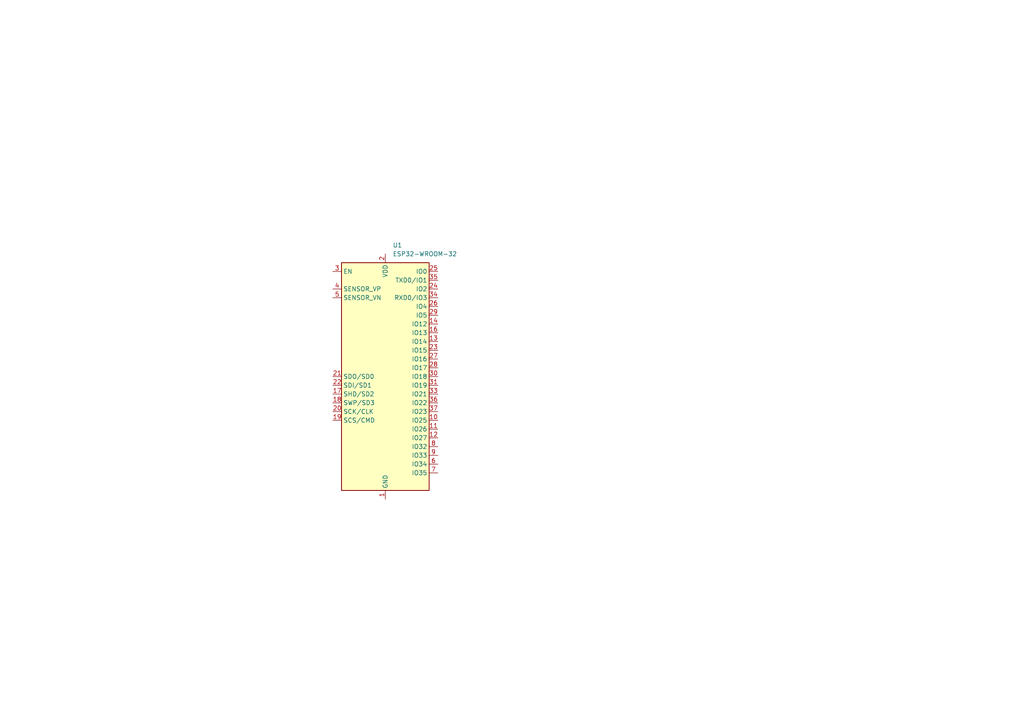
<source format=kicad_sch>
(kicad_sch (version 20250114) (generator "eeschema") (generator_version "9.0")
  (paper "A4")
  (lib_symbols
    (symbol "RF_Module:ESP32-WROOM-32"
      (property "Reference" "U" (at -12.7 34.29 0))
      (property "Value" "ESP32-WROOM-32" (at 1.27 34.29 0))
      (symbol "ESP32-WROOM-32_0_1"
        (rectangle (start -12.7 33.02) (end 12.7 -33.02) (stroke (width 0.254)) (fill (type background)))
      )
      (symbol "ESP32-WROOM-32_1_1"
        (pin input line (at -15.24 30.48 0) (length 2.54) (name "EN") (number "3"))
        (pin input line (at -15.24 25.4 0) (length 2.54) (name "SENSOR_VP") (number "4"))
        (pin input line (at -15.24 22.86 0) (length 2.54) (name "SENSOR_VN") (number "5"))
        (pin bidirectional line (at -15.24 0 0) (length 2.54) (name "SDO/SD0") (number "21"))
        (pin bidirectional line (at -15.24 -2.54 0) (length 2.54) (name "SDI/SD1") (number "22"))
        (pin bidirectional line (at -15.24 -5.08 0) (length 2.54) (name "SHD/SD2") (number "17"))
        (pin bidirectional line (at -15.24 -7.62 0) (length 2.54) (name "SWP/SD3") (number "18"))
        (pin bidirectional line (at -15.24 -10.16 0) (length 2.54) (name "SCK/CLK") (number "20"))
        (pin bidirectional line (at -15.24 -12.7 0) (length 2.54) (name "SCS/CMD") (number "19"))
        (pin no_connect line (at -12.7 -27.94 0) (length 2.54) (hide yes) (name "NC") (number "32"))
        (pin power_in line (at 0 35.56 270) (length 2.54) (name "VDD") (number "2"))
        (pin power_in line (at 0 -35.56 90) (length 2.54) (name "GND") (number "1"))
        (pin passive line (at 0 -35.56 90) (length 2.54) (hide yes) (name "GND") (number "15"))
        (pin passive line (at 0 -35.56 90) (length 2.54) (hide yes) (name "GND") (number "38"))
        (pin passive line (at 0 -35.56 90) (length 2.54) (hide yes) (name "GND") (number "39"))
        (pin bidirectional line (at 15.24 30.48 180) (length 2.54) (name "IO0") (number "25"))
        (pin bidirectional line (at 15.24 27.94 180) (length 2.54) (name "TXD0/IO1") (number "35"))
        (pin bidirectional line (at 15.24 25.4 180) (length 2.54) (name "IO2") (number "24"))
        (pin bidirectional line (at 15.24 22.86 180) (length 2.54) (name "RXD0/IO3") (number "34"))
        (pin bidirectional line (at 15.24 20.32 180) (length 2.54) (name "IO4") (number "26"))
        (pin bidirectional line (at 15.24 17.78 180) (length 2.54) (name "IO5") (number "29"))
        (pin bidirectional line (at 15.24 15.24 180) (length 2.54) (name "IO12") (number "14"))
        (pin bidirectional line (at 15.24 12.7 180) (length 2.54) (name "IO13") (number "16"))
        (pin bidirectional line (at 15.24 10.16 180) (length 2.54) (name "IO14") (number "13"))
        (pin bidirectional line (at 15.24 7.62 180) (length 2.54) (name "IO15") (number "23"))
        (pin bidirectional line (at 15.24 5.08 180) (length 2.54) (name "IO16") (number "27"))
        (pin bidirectional line (at 15.24 2.54 180) (length 2.54) (name "IO17") (number "28"))
        (pin bidirectional line (at 15.24 0 180) (length 2.54) (name "IO18") (number "30"))
        (pin bidirectional line (at 15.24 -2.54 180) (length 2.54) (name "IO19") (number "31"))
        (pin bidirectional line (at 15.24 -5.08 180) (length 2.54) (name "IO21") (number "33"))
        (pin bidirectional line (at 15.24 -7.62 180) (length 2.54) (name "IO22") (number "36"))
        (pin bidirectional line (at 15.24 -10.16 180) (length 2.54) (name "IO23") (number "37"))
        (pin bidirectional line (at 15.24 -12.7 180) (length 2.54) (name "IO25") (number "10"))
        (pin bidirectional line (at 15.24 -15.24 180) (length 2.54) (name "IO26") (number "11"))
        (pin bidirectional line (at 15.24 -17.78 180) (length 2.54) (name "IO27") (number "12"))
        (pin bidirectional line (at 15.24 -20.32 180) (length 2.54) (name "IO32") (number "8"))
        (pin bidirectional line (at 15.24 -22.86 180) (length 2.54) (name "IO33") (number "9"))
        (pin input line (at 15.24 -25.4 180) (length 2.54) (name "IO34") (number "6"))
        (pin input line (at 15.24 -27.94 180) (length 2.54) (name "IO35") (number "7"))
      )
    )
  )
  (symbol (lib_id "RF_Module:ESP32-WROOM-32") (at 111.76 109.22 0) (unit 1)
    (property "Reference" "U1" (at 113.9033 71.12 0) (effects (justify left)))
    (property "Value" "ESP32-WROOM-32" (at 113.9033 73.66 0) (effects (justify left)))
    (property "Footprint" "RF_Module:ESP32-WROOM-32" (effects (hide yes)))
    (property "Datasheet" "https://www.espressif.com/sites/default/files/documentation/esp32-wroom-32_datasheet_en.pdf" (effects (hide yes)))
    (property "Description" "RF Module, ESP32-D0WDQ6 SoC, Wi-Fi 802.11b/g/n, Bluetooth, BLE, 32-bit, 2.7-3.6V, onboard antenna, SMD" (effects (hide yes)))
  )
)
</source>
